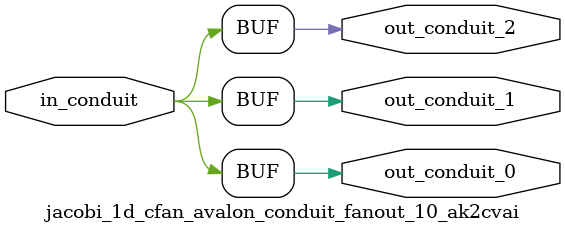
<source format=sv>


 


// --------------------------------------------------------------------------------
//| Avalon Conduit Fan-Out
// --------------------------------------------------------------------------------

// ------------------------------------------
// Generation parameters:
//   output_name:       jacobi_1d_cfan_avalon_conduit_fanout_10_ak2cvai
//   numFanOut:         3
//   
// ------------------------------------------

module jacobi_1d_cfan_avalon_conduit_fanout_10_ak2cvai (     

// Interface: out_conduit_0
 output                    out_conduit_0,
// Interface: out_conduit_1
 output                    out_conduit_1,
// Interface: out_conduit_2
 output                    out_conduit_2,

// Interface: in_conduit
 input                   in_conduit

);

   assign  out_conduit_0 = in_conduit;
   assign  out_conduit_1 = in_conduit;
   assign  out_conduit_2 = in_conduit;

endmodule //


</source>
